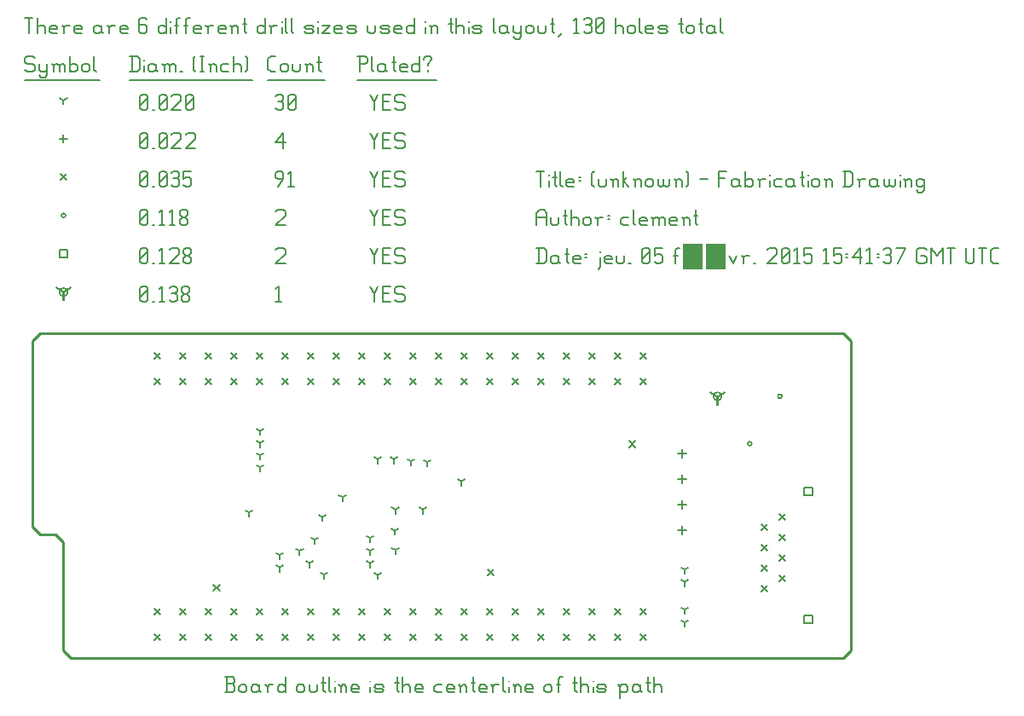
<source format=gbr>
G04 start of page 17 for group -3984 idx -3984 *
G04 Title: (unknown), fab *
G04 Creator: pcb 20140316 *
G04 CreationDate: jeu. 05 févr. 2015 15:41:37 GMT UTC *
G04 For: clement *
G04 Format: Gerber/RS-274X *
G04 PCB-Dimensions (mil): 3287.40 1358.27 *
G04 PCB-Coordinate-Origin: lower left *
%MOIN*%
%FSLAX25Y25*%
%LNFAB*%
%ADD227C,0.0100*%
%ADD226C,0.0075*%
%ADD225C,0.0060*%
%ADD224C,0.0001*%
%ADD223R,0.0080X0.0080*%
G54D223*X270669Y106299D02*Y103099D01*
G54D224*G36*
X270123Y106446D02*X273589Y108446D01*
X273989Y107753D01*
X270523Y105753D01*
X270123Y106446D01*
G37*
G36*
X270816Y105753D02*X267350Y107753D01*
X267749Y108446D01*
X271216Y106446D01*
X270816Y105753D01*
G37*
G54D223*X269069Y106299D02*G75*G03X272269Y106299I1600J0D01*G01*
G75*G03X269069Y106299I-1600J0D01*G01*
X15000Y147077D02*Y143877D01*
G54D224*G36*
X14454Y147223D02*X17920Y149223D01*
X18320Y148530D01*
X14853Y146530D01*
X14454Y147223D01*
G37*
G36*
X15147Y146530D02*X11680Y148530D01*
X12080Y149223D01*
X15546Y147223D01*
X15147Y146530D01*
G37*
G54D223*X13400Y147077D02*G75*G03X16600Y147077I1600J0D01*G01*
G75*G03X13400Y147077I-1600J0D01*G01*
G54D225*X135000Y149327D02*X136500Y146327D01*
X138000Y149327D01*
X136500Y146327D02*Y143327D01*
X139800Y146627D02*X142050D01*
X139800Y143327D02*X142800D01*
X139800Y149327D02*Y143327D01*
Y149327D02*X142800D01*
X147600D02*X148350Y148577D01*
X145350Y149327D02*X147600D01*
X144600Y148577D02*X145350Y149327D01*
X144600Y148577D02*Y147077D01*
X145350Y146327D01*
X147600D01*
X148350Y145577D01*
Y144077D01*
X147600Y143327D02*X148350Y144077D01*
X145350Y143327D02*X147600D01*
X144600Y144077D02*X145350Y143327D01*
X98000Y148127D02*X99200Y149327D01*
Y143327D01*
X98000D02*X100250D01*
X45000Y144077D02*X45750Y143327D01*
X45000Y148577D02*Y144077D01*
Y148577D02*X45750Y149327D01*
X47250D01*
X48000Y148577D01*
Y144077D01*
X47250Y143327D02*X48000Y144077D01*
X45750Y143327D02*X47250D01*
X45000Y144827D02*X48000Y147827D01*
X49800Y143327D02*X50550D01*
X52350Y148127D02*X53550Y149327D01*
Y143327D01*
X52350D02*X54600D01*
X56400Y148577D02*X57150Y149327D01*
X58650D01*
X59400Y148577D01*
X58650Y143327D02*X59400Y144077D01*
X57150Y143327D02*X58650D01*
X56400Y144077D02*X57150Y143327D01*
Y146627D02*X58650D01*
X59400Y148577D02*Y147377D01*
Y145877D02*Y144077D01*
Y145877D02*X58650Y146627D01*
X59400Y147377D02*X58650Y146627D01*
X61200Y144077D02*X61950Y143327D01*
X61200Y145277D02*Y144077D01*
Y145277D02*X62250Y146327D01*
X63150D01*
X64200Y145277D01*
Y144077D01*
X63450Y143327D02*X64200Y144077D01*
X61950Y143327D02*X63450D01*
X61200Y147377D02*X62250Y146327D01*
X61200Y148577D02*Y147377D01*
Y148577D02*X61950Y149327D01*
X63450D01*
X64200Y148577D01*
Y147377D01*
X63150Y146327D02*X64200Y147377D01*
X304502Y20694D02*X307702D01*
X304502D02*Y17494D01*
X307702D01*
Y20694D02*Y17494D01*
X304502Y70694D02*X307702D01*
X304502D02*Y67494D01*
X307702D01*
Y70694D02*Y67494D01*
X13400Y163677D02*X16600D01*
X13400D02*Y160477D01*
X16600D01*
Y163677D02*Y160477D01*
X135000Y164327D02*X136500Y161327D01*
X138000Y164327D01*
X136500Y161327D02*Y158327D01*
X139800Y161627D02*X142050D01*
X139800Y158327D02*X142800D01*
X139800Y164327D02*Y158327D01*
Y164327D02*X142800D01*
X147600D02*X148350Y163577D01*
X145350Y164327D02*X147600D01*
X144600Y163577D02*X145350Y164327D01*
X144600Y163577D02*Y162077D01*
X145350Y161327D01*
X147600D01*
X148350Y160577D01*
Y159077D01*
X147600Y158327D02*X148350Y159077D01*
X145350Y158327D02*X147600D01*
X144600Y159077D02*X145350Y158327D01*
X98000Y163577D02*X98750Y164327D01*
X101000D01*
X101750Y163577D01*
Y162077D01*
X98000Y158327D02*X101750Y162077D01*
X98000Y158327D02*X101750D01*
X45000Y159077D02*X45750Y158327D01*
X45000Y163577D02*Y159077D01*
Y163577D02*X45750Y164327D01*
X47250D01*
X48000Y163577D01*
Y159077D01*
X47250Y158327D02*X48000Y159077D01*
X45750Y158327D02*X47250D01*
X45000Y159827D02*X48000Y162827D01*
X49800Y158327D02*X50550D01*
X52350Y163127D02*X53550Y164327D01*
Y158327D01*
X52350D02*X54600D01*
X56400Y163577D02*X57150Y164327D01*
X59400D01*
X60150Y163577D01*
Y162077D01*
X56400Y158327D02*X60150Y162077D01*
X56400Y158327D02*X60150D01*
X61950Y159077D02*X62700Y158327D01*
X61950Y160277D02*Y159077D01*
Y160277D02*X63000Y161327D01*
X63900D01*
X64950Y160277D01*
Y159077D01*
X64200Y158327D02*X64950Y159077D01*
X62700Y158327D02*X64200D01*
X61950Y162377D02*X63000Y161327D01*
X61950Y163577D02*Y162377D01*
Y163577D02*X62700Y164327D01*
X64200D01*
X64950Y163577D01*
Y162377D01*
X63900Y161327D02*X64950Y162377D01*
X282468Y87795D02*G75*G03X284068Y87795I800J0D01*G01*
G75*G03X282468Y87795I-800J0D01*G01*
X294279Y106299D02*G75*G03X295879Y106299I800J0D01*G01*
G75*G03X294279Y106299I-800J0D01*G01*
X14200Y177077D02*G75*G03X15800Y177077I800J0D01*G01*
G75*G03X14200Y177077I-800J0D01*G01*
X135000Y179327D02*X136500Y176327D01*
X138000Y179327D01*
X136500Y176327D02*Y173327D01*
X139800Y176627D02*X142050D01*
X139800Y173327D02*X142800D01*
X139800Y179327D02*Y173327D01*
Y179327D02*X142800D01*
X147600D02*X148350Y178577D01*
X145350Y179327D02*X147600D01*
X144600Y178577D02*X145350Y179327D01*
X144600Y178577D02*Y177077D01*
X145350Y176327D01*
X147600D01*
X148350Y175577D01*
Y174077D01*
X147600Y173327D02*X148350Y174077D01*
X145350Y173327D02*X147600D01*
X144600Y174077D02*X145350Y173327D01*
X98000Y178577D02*X98750Y179327D01*
X101000D01*
X101750Y178577D01*
Y177077D01*
X98000Y173327D02*X101750Y177077D01*
X98000Y173327D02*X101750D01*
X45000Y174077D02*X45750Y173327D01*
X45000Y178577D02*Y174077D01*
Y178577D02*X45750Y179327D01*
X47250D01*
X48000Y178577D01*
Y174077D01*
X47250Y173327D02*X48000Y174077D01*
X45750Y173327D02*X47250D01*
X45000Y174827D02*X48000Y177827D01*
X49800Y173327D02*X50550D01*
X52350Y178127D02*X53550Y179327D01*
Y173327D01*
X52350D02*X54600D01*
X56400Y178127D02*X57600Y179327D01*
Y173327D01*
X56400D02*X58650D01*
X60450Y174077D02*X61200Y173327D01*
X60450Y175277D02*Y174077D01*
Y175277D02*X61500Y176327D01*
X62400D01*
X63450Y175277D01*
Y174077D01*
X62700Y173327D02*X63450Y174077D01*
X61200Y173327D02*X62700D01*
X60450Y177377D02*X61500Y176327D01*
X60450Y178577D02*Y177377D01*
Y178577D02*X61200Y179327D01*
X62700D01*
X63450Y178577D01*
Y177377D01*
X62400Y176327D02*X63450Y177377D01*
X73603Y32696D02*X76003Y30296D01*
X73603D02*X76003Y32696D01*
X180887Y38602D02*X183287Y36202D01*
X180887D02*X183287Y38602D01*
X236005Y88798D02*X238405Y86398D01*
X236005D02*X238405Y88798D01*
X294902Y60294D02*X297302Y57894D01*
X294902D02*X297302Y60294D01*
X287894Y56279D02*X290294Y53879D01*
X287894D02*X290294Y56279D01*
X294902Y52263D02*X297302Y49863D01*
X294902D02*X297302Y52263D01*
X287894Y48247D02*X290294Y45847D01*
X287894D02*X290294Y48247D01*
X294902Y44231D02*X297302Y41831D01*
X294902D02*X297302Y44231D01*
X287894Y40216D02*X290294Y37816D01*
X287894D02*X290294Y40216D01*
X294902Y36200D02*X297302Y33800D01*
X294902D02*X297302Y36200D01*
X287894Y32184D02*X290294Y29784D01*
X287894D02*X290294Y32184D01*
X240375Y113405D02*X242775Y111005D01*
X240375D02*X242775Y113405D01*
X230375D02*X232775Y111005D01*
X230375D02*X232775Y113405D01*
X220375D02*X222775Y111005D01*
X220375D02*X222775Y113405D01*
X210375D02*X212775Y111005D01*
X210375D02*X212775Y113405D01*
X200375D02*X202775Y111005D01*
X200375D02*X202775Y113405D01*
X190375D02*X192775Y111005D01*
X190375D02*X192775Y113405D01*
X180375D02*X182775Y111005D01*
X180375D02*X182775Y113405D01*
X170375D02*X172775Y111005D01*
X170375D02*X172775Y113405D01*
X160375D02*X162775Y111005D01*
X160375D02*X162775Y113405D01*
X150375D02*X152775Y111005D01*
X150375D02*X152775Y113405D01*
X140375D02*X142775Y111005D01*
X140375D02*X142775Y113405D01*
X130375D02*X132775Y111005D01*
X130375D02*X132775Y113405D01*
X120375D02*X122775Y111005D01*
X120375D02*X122775Y113405D01*
X110375D02*X112775Y111005D01*
X110375D02*X112775Y113405D01*
X100375D02*X102775Y111005D01*
X100375D02*X102775Y113405D01*
X90375D02*X92775Y111005D01*
X90375D02*X92775Y113405D01*
X80375D02*X82775Y111005D01*
X80375D02*X82775Y113405D01*
X70375D02*X72775Y111005D01*
X70375D02*X72775Y113405D01*
X60375D02*X62775Y111005D01*
X60375D02*X62775Y113405D01*
X50375D02*X52775Y111005D01*
X50375D02*X52775Y113405D01*
X50375Y23405D02*X52775Y21005D01*
X50375D02*X52775Y23405D01*
X60375D02*X62775Y21005D01*
X60375D02*X62775Y23405D01*
X70375D02*X72775Y21005D01*
X70375D02*X72775Y23405D01*
X80375D02*X82775Y21005D01*
X80375D02*X82775Y23405D01*
X90375D02*X92775Y21005D01*
X90375D02*X92775Y23405D01*
X100375D02*X102775Y21005D01*
X100375D02*X102775Y23405D01*
X110375D02*X112775Y21005D01*
X110375D02*X112775Y23405D01*
X120375D02*X122775Y21005D01*
X120375D02*X122775Y23405D01*
X130375D02*X132775Y21005D01*
X130375D02*X132775Y23405D01*
X140375D02*X142775Y21005D01*
X140375D02*X142775Y23405D01*
X150375D02*X152775Y21005D01*
X150375D02*X152775Y23405D01*
X160375D02*X162775Y21005D01*
X160375D02*X162775Y23405D01*
X170375D02*X172775Y21005D01*
X170375D02*X172775Y23405D01*
X180375D02*X182775Y21005D01*
X180375D02*X182775Y23405D01*
X190375D02*X192775Y21005D01*
X190375D02*X192775Y23405D01*
X200375D02*X202775Y21005D01*
X200375D02*X202775Y23405D01*
X210375D02*X212775Y21005D01*
X210375D02*X212775Y23405D01*
X220375D02*X222775Y21005D01*
X220375D02*X222775Y23405D01*
X230375D02*X232775Y21005D01*
X230375D02*X232775Y23405D01*
X240375D02*X242775Y21005D01*
X240375D02*X242775Y23405D01*
X240375Y123405D02*X242775Y121005D01*
X240375D02*X242775Y123405D01*
X230375D02*X232775Y121005D01*
X230375D02*X232775Y123405D01*
X220375D02*X222775Y121005D01*
X220375D02*X222775Y123405D01*
X210375D02*X212775Y121005D01*
X210375D02*X212775Y123405D01*
X200375D02*X202775Y121005D01*
X200375D02*X202775Y123405D01*
X190375D02*X192775Y121005D01*
X190375D02*X192775Y123405D01*
X180375D02*X182775Y121005D01*
X180375D02*X182775Y123405D01*
X170375D02*X172775Y121005D01*
X170375D02*X172775Y123405D01*
X160375D02*X162775Y121005D01*
X160375D02*X162775Y123405D01*
X150375D02*X152775Y121005D01*
X150375D02*X152775Y123405D01*
X140375D02*X142775Y121005D01*
X140375D02*X142775Y123405D01*
X130375D02*X132775Y121005D01*
X130375D02*X132775Y123405D01*
X120375D02*X122775Y121005D01*
X120375D02*X122775Y123405D01*
X110375D02*X112775Y121005D01*
X110375D02*X112775Y123405D01*
X100375D02*X102775Y121005D01*
X100375D02*X102775Y123405D01*
X90375D02*X92775Y121005D01*
X90375D02*X92775Y123405D01*
X80375D02*X82775Y121005D01*
X80375D02*X82775Y123405D01*
X70375D02*X72775Y121005D01*
X70375D02*X72775Y123405D01*
X60375D02*X62775Y121005D01*
X60375D02*X62775Y123405D01*
X50375D02*X52775Y121005D01*
X50375D02*X52775Y123405D01*
X50375Y13405D02*X52775Y11005D01*
X50375D02*X52775Y13405D01*
X60375D02*X62775Y11005D01*
X60375D02*X62775Y13405D01*
X70375D02*X72775Y11005D01*
X70375D02*X72775Y13405D01*
X80375D02*X82775Y11005D01*
X80375D02*X82775Y13405D01*
X90375D02*X92775Y11005D01*
X90375D02*X92775Y13405D01*
X100375D02*X102775Y11005D01*
X100375D02*X102775Y13405D01*
X110375D02*X112775Y11005D01*
X110375D02*X112775Y13405D01*
X120375D02*X122775Y11005D01*
X120375D02*X122775Y13405D01*
X130375D02*X132775Y11005D01*
X130375D02*X132775Y13405D01*
X140375D02*X142775Y11005D01*
X140375D02*X142775Y13405D01*
X150375D02*X152775Y11005D01*
X150375D02*X152775Y13405D01*
X160375D02*X162775Y11005D01*
X160375D02*X162775Y13405D01*
X170375D02*X172775Y11005D01*
X170375D02*X172775Y13405D01*
X180375D02*X182775Y11005D01*
X180375D02*X182775Y13405D01*
X190375D02*X192775Y11005D01*
X190375D02*X192775Y13405D01*
X200375D02*X202775Y11005D01*
X200375D02*X202775Y13405D01*
X210375D02*X212775Y11005D01*
X210375D02*X212775Y13405D01*
X220375D02*X222775Y11005D01*
X220375D02*X222775Y13405D01*
X230375D02*X232775Y11005D01*
X230375D02*X232775Y13405D01*
X240375D02*X242775Y11005D01*
X240375D02*X242775Y13405D01*
X13800Y193277D02*X16200Y190877D01*
X13800D02*X16200Y193277D01*
X135000Y194327D02*X136500Y191327D01*
X138000Y194327D01*
X136500Y191327D02*Y188327D01*
X139800Y191627D02*X142050D01*
X139800Y188327D02*X142800D01*
X139800Y194327D02*Y188327D01*
Y194327D02*X142800D01*
X147600D02*X148350Y193577D01*
X145350Y194327D02*X147600D01*
X144600Y193577D02*X145350Y194327D01*
X144600Y193577D02*Y192077D01*
X145350Y191327D01*
X147600D01*
X148350Y190577D01*
Y189077D01*
X147600Y188327D02*X148350Y189077D01*
X145350Y188327D02*X147600D01*
X144600Y189077D02*X145350Y188327D01*
X98750D02*X101000Y191327D01*
Y193577D02*Y191327D01*
X100250Y194327D02*X101000Y193577D01*
X98750Y194327D02*X100250D01*
X98000Y193577D02*X98750Y194327D01*
X98000Y193577D02*Y192077D01*
X98750Y191327D01*
X101000D01*
X102800Y193127D02*X104000Y194327D01*
Y188327D01*
X102800D02*X105050D01*
X45000Y189077D02*X45750Y188327D01*
X45000Y193577D02*Y189077D01*
Y193577D02*X45750Y194327D01*
X47250D01*
X48000Y193577D01*
Y189077D01*
X47250Y188327D02*X48000Y189077D01*
X45750Y188327D02*X47250D01*
X45000Y189827D02*X48000Y192827D01*
X49800Y188327D02*X50550D01*
X52350Y189077D02*X53100Y188327D01*
X52350Y193577D02*Y189077D01*
Y193577D02*X53100Y194327D01*
X54600D01*
X55350Y193577D01*
Y189077D01*
X54600Y188327D02*X55350Y189077D01*
X53100Y188327D02*X54600D01*
X52350Y189827D02*X55350Y192827D01*
X57150Y193577D02*X57900Y194327D01*
X59400D01*
X60150Y193577D01*
X59400Y188327D02*X60150Y189077D01*
X57900Y188327D02*X59400D01*
X57150Y189077D02*X57900Y188327D01*
Y191627D02*X59400D01*
X60150Y193577D02*Y192377D01*
Y190877D02*Y189077D01*
Y190877D02*X59400Y191627D01*
X60150Y192377D02*X59400Y191627D01*
X61950Y194327D02*X64950D01*
X61950D02*Y191327D01*
X62700Y192077D01*
X64200D01*
X64950Y191327D01*
Y189077D01*
X64200Y188327D02*X64950Y189077D01*
X62700Y188327D02*X64200D01*
X61950Y189077D02*X62700Y188327D01*
X256890Y55498D02*Y52298D01*
X255290Y53898D02*X258490D01*
X256890Y65498D02*Y62298D01*
X255290Y63898D02*X258490D01*
X256890Y75498D02*Y72298D01*
X255290Y73898D02*X258490D01*
X256890Y85498D02*Y82298D01*
X255290Y83898D02*X258490D01*
X15000Y208677D02*Y205477D01*
X13400Y207077D02*X16600D01*
X135000Y209327D02*X136500Y206327D01*
X138000Y209327D01*
X136500Y206327D02*Y203327D01*
X139800Y206627D02*X142050D01*
X139800Y203327D02*X142800D01*
X139800Y209327D02*Y203327D01*
Y209327D02*X142800D01*
X147600D02*X148350Y208577D01*
X145350Y209327D02*X147600D01*
X144600Y208577D02*X145350Y209327D01*
X144600Y208577D02*Y207077D01*
X145350Y206327D01*
X147600D01*
X148350Y205577D01*
Y204077D01*
X147600Y203327D02*X148350Y204077D01*
X145350Y203327D02*X147600D01*
X144600Y204077D02*X145350Y203327D01*
X98000Y205577D02*X101000Y209327D01*
X98000Y205577D02*X101750D01*
X101000Y209327D02*Y203327D01*
X45000Y204077D02*X45750Y203327D01*
X45000Y208577D02*Y204077D01*
Y208577D02*X45750Y209327D01*
X47250D01*
X48000Y208577D01*
Y204077D01*
X47250Y203327D02*X48000Y204077D01*
X45750Y203327D02*X47250D01*
X45000Y204827D02*X48000Y207827D01*
X49800Y203327D02*X50550D01*
X52350Y204077D02*X53100Y203327D01*
X52350Y208577D02*Y204077D01*
Y208577D02*X53100Y209327D01*
X54600D01*
X55350Y208577D01*
Y204077D01*
X54600Y203327D02*X55350Y204077D01*
X53100Y203327D02*X54600D01*
X52350Y204827D02*X55350Y207827D01*
X57150Y208577D02*X57900Y209327D01*
X60150D01*
X60900Y208577D01*
Y207077D01*
X57150Y203327D02*X60900Y207077D01*
X57150Y203327D02*X60900D01*
X62700Y208577D02*X63450Y209327D01*
X65700D01*
X66450Y208577D01*
Y207077D01*
X62700Y203327D02*X66450Y207077D01*
X62700Y203327D02*X66450D01*
X144488Y53740D02*Y52140D01*
Y53740D02*X145875Y54540D01*
X144488Y53740D02*X143102Y54540D01*
X137795Y36417D02*Y34817D01*
Y36417D02*X139182Y37217D01*
X137795Y36417D02*X136409Y37217D01*
X87402Y60827D02*Y59227D01*
Y60827D02*X88788Y61627D01*
X87402Y60827D02*X86015Y61627D01*
X91732Y78543D02*Y76943D01*
Y78543D02*X93119Y79343D01*
X91732Y78543D02*X90346Y79343D01*
X91732Y83268D02*Y81668D01*
Y83268D02*X93119Y84068D01*
X91732Y83268D02*X90346Y84068D01*
X137795Y81693D02*Y80093D01*
Y81693D02*X139182Y82493D01*
X137795Y81693D02*X136409Y82493D01*
X157087Y80512D02*Y78912D01*
Y80512D02*X158473Y81312D01*
X157087Y80512D02*X155700Y81312D01*
X144094Y81693D02*Y80093D01*
Y81693D02*X145481Y82493D01*
X144094Y81693D02*X142708Y82493D01*
X91732Y92717D02*Y91117D01*
Y92717D02*X93119Y93517D01*
X91732Y92717D02*X90346Y93517D01*
X91732Y87992D02*Y86392D01*
Y87992D02*X93119Y88792D01*
X91732Y87992D02*X90346Y88792D01*
X150787Y80906D02*Y79306D01*
Y80906D02*X152174Y81706D01*
X150787Y80906D02*X149401Y81706D01*
X257874Y38583D02*Y36983D01*
Y38583D02*X259261Y39383D01*
X257874Y38583D02*X256487Y39383D01*
X257874Y33661D02*Y32061D01*
Y33661D02*X259261Y34461D01*
X257874Y33661D02*X256487Y34461D01*
X257874Y22835D02*Y21235D01*
Y22835D02*X259261Y23635D01*
X257874Y22835D02*X256487Y23635D01*
X257874Y17913D02*Y16313D01*
Y17913D02*X259261Y18713D01*
X257874Y17913D02*X256487Y18713D01*
X124016Y66929D02*Y65329D01*
Y66929D02*X125402Y67729D01*
X124016Y66929D02*X122629Y67729D01*
X99409Y44291D02*Y42691D01*
Y44291D02*X100796Y45091D01*
X99409Y44291D02*X98023Y45091D01*
X99409Y39370D02*Y37770D01*
Y39370D02*X100796Y40170D01*
X99409Y39370D02*X98023Y40170D01*
X144685Y62008D02*Y60408D01*
Y62008D02*X146072Y62808D01*
X144685Y62008D02*X143298Y62808D01*
X170472Y73031D02*Y71431D01*
Y73031D02*X171859Y73831D01*
X170472Y73031D02*X169086Y73831D01*
X155512Y62008D02*Y60408D01*
Y62008D02*X156898Y62808D01*
X155512Y62008D02*X154125Y62808D01*
X144685Y46260D02*Y44660D01*
Y46260D02*X146072Y47060D01*
X144685Y46260D02*X143298Y47060D01*
X134843Y50886D02*Y49286D01*
Y50886D02*X136229Y51686D01*
X134843Y50886D02*X133456Y51686D01*
X134843Y45965D02*Y44365D01*
Y45965D02*X136229Y46765D01*
X134843Y45965D02*X133456Y46765D01*
X134843Y41043D02*Y39443D01*
Y41043D02*X136229Y41843D01*
X134843Y41043D02*X133456Y41843D01*
X111220Y41043D02*Y39443D01*
Y41043D02*X112607Y41843D01*
X111220Y41043D02*X109834Y41843D01*
X107283Y45965D02*Y44365D01*
Y45965D02*X108670Y46765D01*
X107283Y45965D02*X105897Y46765D01*
X116142Y59055D02*Y57455D01*
Y59055D02*X117528Y59855D01*
X116142Y59055D02*X114755Y59855D01*
X113189Y50197D02*Y48597D01*
Y50197D02*X114576Y50997D01*
X113189Y50197D02*X111802Y50997D01*
X116929Y36614D02*Y35014D01*
Y36614D02*X118316Y37414D01*
X116929Y36614D02*X115542Y37414D01*
X15000Y222077D02*Y220477D01*
Y222077D02*X16387Y222877D01*
X15000Y222077D02*X13613Y222877D01*
X135000Y224327D02*X136500Y221327D01*
X138000Y224327D01*
X136500Y221327D02*Y218327D01*
X139800Y221627D02*X142050D01*
X139800Y218327D02*X142800D01*
X139800Y224327D02*Y218327D01*
Y224327D02*X142800D01*
X147600D02*X148350Y223577D01*
X145350Y224327D02*X147600D01*
X144600Y223577D02*X145350Y224327D01*
X144600Y223577D02*Y222077D01*
X145350Y221327D01*
X147600D01*
X148350Y220577D01*
Y219077D01*
X147600Y218327D02*X148350Y219077D01*
X145350Y218327D02*X147600D01*
X144600Y219077D02*X145350Y218327D01*
X98000Y223577D02*X98750Y224327D01*
X100250D01*
X101000Y223577D01*
X100250Y218327D02*X101000Y219077D01*
X98750Y218327D02*X100250D01*
X98000Y219077D02*X98750Y218327D01*
Y221627D02*X100250D01*
X101000Y223577D02*Y222377D01*
Y220877D02*Y219077D01*
Y220877D02*X100250Y221627D01*
X101000Y222377D02*X100250Y221627D01*
X102800Y219077D02*X103550Y218327D01*
X102800Y223577D02*Y219077D01*
Y223577D02*X103550Y224327D01*
X105050D01*
X105800Y223577D01*
Y219077D01*
X105050Y218327D02*X105800Y219077D01*
X103550Y218327D02*X105050D01*
X102800Y219827D02*X105800Y222827D01*
X45000Y219077D02*X45750Y218327D01*
X45000Y223577D02*Y219077D01*
Y223577D02*X45750Y224327D01*
X47250D01*
X48000Y223577D01*
Y219077D01*
X47250Y218327D02*X48000Y219077D01*
X45750Y218327D02*X47250D01*
X45000Y219827D02*X48000Y222827D01*
X49800Y218327D02*X50550D01*
X52350Y219077D02*X53100Y218327D01*
X52350Y223577D02*Y219077D01*
Y223577D02*X53100Y224327D01*
X54600D01*
X55350Y223577D01*
Y219077D01*
X54600Y218327D02*X55350Y219077D01*
X53100Y218327D02*X54600D01*
X52350Y219827D02*X55350Y222827D01*
X57150Y223577D02*X57900Y224327D01*
X60150D01*
X60900Y223577D01*
Y222077D01*
X57150Y218327D02*X60900Y222077D01*
X57150Y218327D02*X60900D01*
X62700Y219077D02*X63450Y218327D01*
X62700Y223577D02*Y219077D01*
Y223577D02*X63450Y224327D01*
X64950D01*
X65700Y223577D01*
Y219077D01*
X64950Y218327D02*X65700Y219077D01*
X63450Y218327D02*X64950D01*
X62700Y219827D02*X65700Y222827D01*
X3000Y239327D02*X3750Y238577D01*
X750Y239327D02*X3000D01*
X0Y238577D02*X750Y239327D01*
X0Y238577D02*Y237077D01*
X750Y236327D01*
X3000D01*
X3750Y235577D01*
Y234077D01*
X3000Y233327D02*X3750Y234077D01*
X750Y233327D02*X3000D01*
X0Y234077D02*X750Y233327D01*
X5550Y236327D02*Y234077D01*
X6300Y233327D01*
X8550Y236327D02*Y231827D01*
X7800Y231077D02*X8550Y231827D01*
X6300Y231077D02*X7800D01*
X5550Y231827D02*X6300Y231077D01*
Y233327D02*X7800D01*
X8550Y234077D01*
X11100Y235577D02*Y233327D01*
Y235577D02*X11850Y236327D01*
X12600D01*
X13350Y235577D01*
Y233327D01*
Y235577D02*X14100Y236327D01*
X14850D01*
X15600Y235577D01*
Y233327D01*
X10350Y236327D02*X11100Y235577D01*
X17400Y239327D02*Y233327D01*
Y234077D02*X18150Y233327D01*
X19650D01*
X20400Y234077D01*
Y235577D02*Y234077D01*
X19650Y236327D02*X20400Y235577D01*
X18150Y236327D02*X19650D01*
X17400Y235577D02*X18150Y236327D01*
X22200Y235577D02*Y234077D01*
Y235577D02*X22950Y236327D01*
X24450D01*
X25200Y235577D01*
Y234077D01*
X24450Y233327D02*X25200Y234077D01*
X22950Y233327D02*X24450D01*
X22200Y234077D02*X22950Y233327D01*
X27000Y239327D02*Y234077D01*
X27750Y233327D01*
X0Y230077D02*X29250D01*
X41750Y239327D02*Y233327D01*
X43700Y239327D02*X44750Y238277D01*
Y234377D01*
X43700Y233327D02*X44750Y234377D01*
X41000Y233327D02*X43700D01*
X41000Y239327D02*X43700D01*
G54D226*X46550Y237827D02*Y237677D01*
G54D225*Y235577D02*Y233327D01*
X50300Y236327D02*X51050Y235577D01*
X48800Y236327D02*X50300D01*
X48050Y235577D02*X48800Y236327D01*
X48050Y235577D02*Y234077D01*
X48800Y233327D01*
X51050Y236327D02*Y234077D01*
X51800Y233327D01*
X48800D02*X50300D01*
X51050Y234077D01*
X54350Y235577D02*Y233327D01*
Y235577D02*X55100Y236327D01*
X55850D01*
X56600Y235577D01*
Y233327D01*
Y235577D02*X57350Y236327D01*
X58100D01*
X58850Y235577D01*
Y233327D01*
X53600Y236327D02*X54350Y235577D01*
X60650Y233327D02*X61400D01*
X65900Y234077D02*X66650Y233327D01*
X65900Y238577D02*X66650Y239327D01*
X65900Y238577D02*Y234077D01*
X68450Y239327D02*X69950D01*
X69200D02*Y233327D01*
X68450D02*X69950D01*
X72500Y235577D02*Y233327D01*
Y235577D02*X73250Y236327D01*
X74000D01*
X74750Y235577D01*
Y233327D01*
X71750Y236327D02*X72500Y235577D01*
X77300Y236327D02*X79550D01*
X76550Y235577D02*X77300Y236327D01*
X76550Y235577D02*Y234077D01*
X77300Y233327D01*
X79550D01*
X81350Y239327D02*Y233327D01*
Y235577D02*X82100Y236327D01*
X83600D01*
X84350Y235577D01*
Y233327D01*
X86150Y239327D02*X86900Y238577D01*
Y234077D01*
X86150Y233327D02*X86900Y234077D01*
X41000Y230077D02*X88700D01*
X96050Y233327D02*X98000D01*
X95000Y234377D02*X96050Y233327D01*
X95000Y238277D02*Y234377D01*
Y238277D02*X96050Y239327D01*
X98000D01*
X99800Y235577D02*Y234077D01*
Y235577D02*X100550Y236327D01*
X102050D01*
X102800Y235577D01*
Y234077D01*
X102050Y233327D02*X102800Y234077D01*
X100550Y233327D02*X102050D01*
X99800Y234077D02*X100550Y233327D01*
X104600Y236327D02*Y234077D01*
X105350Y233327D01*
X106850D01*
X107600Y234077D01*
Y236327D02*Y234077D01*
X110150Y235577D02*Y233327D01*
Y235577D02*X110900Y236327D01*
X111650D01*
X112400Y235577D01*
Y233327D01*
X109400Y236327D02*X110150Y235577D01*
X114950Y239327D02*Y234077D01*
X115700Y233327D01*
X114200Y237077D02*X115700D01*
X95000Y230077D02*X117200D01*
X130750Y239327D02*Y233327D01*
X130000Y239327D02*X133000D01*
X133750Y238577D01*
Y237077D01*
X133000Y236327D02*X133750Y237077D01*
X130750Y236327D02*X133000D01*
X135550Y239327D02*Y234077D01*
X136300Y233327D01*
X140050Y236327D02*X140800Y235577D01*
X138550Y236327D02*X140050D01*
X137800Y235577D02*X138550Y236327D01*
X137800Y235577D02*Y234077D01*
X138550Y233327D01*
X140800Y236327D02*Y234077D01*
X141550Y233327D01*
X138550D02*X140050D01*
X140800Y234077D01*
X144100Y239327D02*Y234077D01*
X144850Y233327D01*
X143350Y237077D02*X144850D01*
X147100Y233327D02*X149350D01*
X146350Y234077D02*X147100Y233327D01*
X146350Y235577D02*Y234077D01*
Y235577D02*X147100Y236327D01*
X148600D01*
X149350Y235577D01*
X146350Y234827D02*X149350D01*
Y235577D02*Y234827D01*
X154150Y239327D02*Y233327D01*
X153400D02*X154150Y234077D01*
X151900Y233327D02*X153400D01*
X151150Y234077D02*X151900Y233327D01*
X151150Y235577D02*Y234077D01*
Y235577D02*X151900Y236327D01*
X153400D01*
X154150Y235577D01*
X157450Y236327D02*Y235577D01*
Y234077D02*Y233327D01*
X155950Y238577D02*Y237827D01*
Y238577D02*X156700Y239327D01*
X158200D01*
X158950Y238577D01*
Y237827D01*
X157450Y236327D02*X158950Y237827D01*
X130000Y230077D02*X160750D01*
X0Y254327D02*X3000D01*
X1500D02*Y248327D01*
X4800Y254327D02*Y248327D01*
Y250577D02*X5550Y251327D01*
X7050D01*
X7800Y250577D01*
Y248327D01*
X10350D02*X12600D01*
X9600Y249077D02*X10350Y248327D01*
X9600Y250577D02*Y249077D01*
Y250577D02*X10350Y251327D01*
X11850D01*
X12600Y250577D01*
X9600Y249827D02*X12600D01*
Y250577D02*Y249827D01*
X15150Y250577D02*Y248327D01*
Y250577D02*X15900Y251327D01*
X17400D01*
X14400D02*X15150Y250577D01*
X19950Y248327D02*X22200D01*
X19200Y249077D02*X19950Y248327D01*
X19200Y250577D02*Y249077D01*
Y250577D02*X19950Y251327D01*
X21450D01*
X22200Y250577D01*
X19200Y249827D02*X22200D01*
Y250577D02*Y249827D01*
X28950Y251327D02*X29700Y250577D01*
X27450Y251327D02*X28950D01*
X26700Y250577D02*X27450Y251327D01*
X26700Y250577D02*Y249077D01*
X27450Y248327D01*
X29700Y251327D02*Y249077D01*
X30450Y248327D01*
X27450D02*X28950D01*
X29700Y249077D01*
X33000Y250577D02*Y248327D01*
Y250577D02*X33750Y251327D01*
X35250D01*
X32250D02*X33000Y250577D01*
X37800Y248327D02*X40050D01*
X37050Y249077D02*X37800Y248327D01*
X37050Y250577D02*Y249077D01*
Y250577D02*X37800Y251327D01*
X39300D01*
X40050Y250577D01*
X37050Y249827D02*X40050D01*
Y250577D02*Y249827D01*
X46800Y254327D02*X47550Y253577D01*
X45300Y254327D02*X46800D01*
X44550Y253577D02*X45300Y254327D01*
X44550Y253577D02*Y249077D01*
X45300Y248327D01*
X46800Y251627D02*X47550Y250877D01*
X44550Y251627D02*X46800D01*
X45300Y248327D02*X46800D01*
X47550Y249077D01*
Y250877D02*Y249077D01*
X55050Y254327D02*Y248327D01*
X54300D02*X55050Y249077D01*
X52800Y248327D02*X54300D01*
X52050Y249077D02*X52800Y248327D01*
X52050Y250577D02*Y249077D01*
Y250577D02*X52800Y251327D01*
X54300D01*
X55050Y250577D01*
G54D226*X56850Y252827D02*Y252677D01*
G54D225*Y250577D02*Y248327D01*
X59100Y253577D02*Y248327D01*
Y253577D02*X59850Y254327D01*
X60600D01*
X58350Y251327D02*X59850D01*
X62850Y253577D02*Y248327D01*
Y253577D02*X63600Y254327D01*
X64350D01*
X62100Y251327D02*X63600D01*
X66600Y248327D02*X68850D01*
X65850Y249077D02*X66600Y248327D01*
X65850Y250577D02*Y249077D01*
Y250577D02*X66600Y251327D01*
X68100D01*
X68850Y250577D01*
X65850Y249827D02*X68850D01*
Y250577D02*Y249827D01*
X71400Y250577D02*Y248327D01*
Y250577D02*X72150Y251327D01*
X73650D01*
X70650D02*X71400Y250577D01*
X76200Y248327D02*X78450D01*
X75450Y249077D02*X76200Y248327D01*
X75450Y250577D02*Y249077D01*
Y250577D02*X76200Y251327D01*
X77700D01*
X78450Y250577D01*
X75450Y249827D02*X78450D01*
Y250577D02*Y249827D01*
X81000Y250577D02*Y248327D01*
Y250577D02*X81750Y251327D01*
X82500D01*
X83250Y250577D01*
Y248327D01*
X80250Y251327D02*X81000Y250577D01*
X85800Y254327D02*Y249077D01*
X86550Y248327D01*
X85050Y252077D02*X86550D01*
X93750Y254327D02*Y248327D01*
X93000D02*X93750Y249077D01*
X91500Y248327D02*X93000D01*
X90750Y249077D02*X91500Y248327D01*
X90750Y250577D02*Y249077D01*
Y250577D02*X91500Y251327D01*
X93000D01*
X93750Y250577D01*
X96300D02*Y248327D01*
Y250577D02*X97050Y251327D01*
X98550D01*
X95550D02*X96300Y250577D01*
G54D226*X100350Y252827D02*Y252677D01*
G54D225*Y250577D02*Y248327D01*
X101850Y254327D02*Y249077D01*
X102600Y248327D01*
X104100Y254327D02*Y249077D01*
X104850Y248327D01*
X109800D02*X112050D01*
X112800Y249077D01*
X112050Y249827D02*X112800Y249077D01*
X109800Y249827D02*X112050D01*
X109050Y250577D02*X109800Y249827D01*
X109050Y250577D02*X109800Y251327D01*
X112050D01*
X112800Y250577D01*
X109050Y249077D02*X109800Y248327D01*
G54D226*X114600Y252827D02*Y252677D01*
G54D225*Y250577D02*Y248327D01*
X116100Y251327D02*X119100D01*
X116100Y248327D02*X119100Y251327D01*
X116100Y248327D02*X119100D01*
X121650D02*X123900D01*
X120900Y249077D02*X121650Y248327D01*
X120900Y250577D02*Y249077D01*
Y250577D02*X121650Y251327D01*
X123150D01*
X123900Y250577D01*
X120900Y249827D02*X123900D01*
Y250577D02*Y249827D01*
X126450Y248327D02*X128700D01*
X129450Y249077D01*
X128700Y249827D02*X129450Y249077D01*
X126450Y249827D02*X128700D01*
X125700Y250577D02*X126450Y249827D01*
X125700Y250577D02*X126450Y251327D01*
X128700D01*
X129450Y250577D01*
X125700Y249077D02*X126450Y248327D01*
X133950Y251327D02*Y249077D01*
X134700Y248327D01*
X136200D01*
X136950Y249077D01*
Y251327D02*Y249077D01*
X139500Y248327D02*X141750D01*
X142500Y249077D01*
X141750Y249827D02*X142500Y249077D01*
X139500Y249827D02*X141750D01*
X138750Y250577D02*X139500Y249827D01*
X138750Y250577D02*X139500Y251327D01*
X141750D01*
X142500Y250577D01*
X138750Y249077D02*X139500Y248327D01*
X145050D02*X147300D01*
X144300Y249077D02*X145050Y248327D01*
X144300Y250577D02*Y249077D01*
Y250577D02*X145050Y251327D01*
X146550D01*
X147300Y250577D01*
X144300Y249827D02*X147300D01*
Y250577D02*Y249827D01*
X152100Y254327D02*Y248327D01*
X151350D02*X152100Y249077D01*
X149850Y248327D02*X151350D01*
X149100Y249077D02*X149850Y248327D01*
X149100Y250577D02*Y249077D01*
Y250577D02*X149850Y251327D01*
X151350D01*
X152100Y250577D01*
G54D226*X156600Y252827D02*Y252677D01*
G54D225*Y250577D02*Y248327D01*
X158850Y250577D02*Y248327D01*
Y250577D02*X159600Y251327D01*
X160350D01*
X161100Y250577D01*
Y248327D01*
X158100Y251327D02*X158850Y250577D01*
X166350Y254327D02*Y249077D01*
X167100Y248327D01*
X165600Y252077D02*X167100D01*
X168600Y254327D02*Y248327D01*
Y250577D02*X169350Y251327D01*
X170850D01*
X171600Y250577D01*
Y248327D01*
G54D226*X173400Y252827D02*Y252677D01*
G54D225*Y250577D02*Y248327D01*
X175650D02*X177900D01*
X178650Y249077D01*
X177900Y249827D02*X178650Y249077D01*
X175650Y249827D02*X177900D01*
X174900Y250577D02*X175650Y249827D01*
X174900Y250577D02*X175650Y251327D01*
X177900D01*
X178650Y250577D01*
X174900Y249077D02*X175650Y248327D01*
X183150Y254327D02*Y249077D01*
X183900Y248327D01*
X187650Y251327D02*X188400Y250577D01*
X186150Y251327D02*X187650D01*
X185400Y250577D02*X186150Y251327D01*
X185400Y250577D02*Y249077D01*
X186150Y248327D01*
X188400Y251327D02*Y249077D01*
X189150Y248327D01*
X186150D02*X187650D01*
X188400Y249077D01*
X190950Y251327D02*Y249077D01*
X191700Y248327D01*
X193950Y251327D02*Y246827D01*
X193200Y246077D02*X193950Y246827D01*
X191700Y246077D02*X193200D01*
X190950Y246827D02*X191700Y246077D01*
Y248327D02*X193200D01*
X193950Y249077D01*
X195750Y250577D02*Y249077D01*
Y250577D02*X196500Y251327D01*
X198000D01*
X198750Y250577D01*
Y249077D01*
X198000Y248327D02*X198750Y249077D01*
X196500Y248327D02*X198000D01*
X195750Y249077D02*X196500Y248327D01*
X200550Y251327D02*Y249077D01*
X201300Y248327D01*
X202800D01*
X203550Y249077D01*
Y251327D02*Y249077D01*
X206100Y254327D02*Y249077D01*
X206850Y248327D01*
X205350Y252077D02*X206850D01*
X208350Y246827D02*X209850Y248327D01*
X214350Y253127D02*X215550Y254327D01*
Y248327D01*
X214350D02*X216600D01*
X218400Y253577D02*X219150Y254327D01*
X220650D01*
X221400Y253577D01*
X220650Y248327D02*X221400Y249077D01*
X219150Y248327D02*X220650D01*
X218400Y249077D02*X219150Y248327D01*
Y251627D02*X220650D01*
X221400Y253577D02*Y252377D01*
Y250877D02*Y249077D01*
Y250877D02*X220650Y251627D01*
X221400Y252377D02*X220650Y251627D01*
X223200Y249077D02*X223950Y248327D01*
X223200Y253577D02*Y249077D01*
Y253577D02*X223950Y254327D01*
X225450D01*
X226200Y253577D01*
Y249077D01*
X225450Y248327D02*X226200Y249077D01*
X223950Y248327D02*X225450D01*
X223200Y249827D02*X226200Y252827D01*
X230700Y254327D02*Y248327D01*
Y250577D02*X231450Y251327D01*
X232950D01*
X233700Y250577D01*
Y248327D01*
X235500Y250577D02*Y249077D01*
Y250577D02*X236250Y251327D01*
X237750D01*
X238500Y250577D01*
Y249077D01*
X237750Y248327D02*X238500Y249077D01*
X236250Y248327D02*X237750D01*
X235500Y249077D02*X236250Y248327D01*
X240300Y254327D02*Y249077D01*
X241050Y248327D01*
X243300D02*X245550D01*
X242550Y249077D02*X243300Y248327D01*
X242550Y250577D02*Y249077D01*
Y250577D02*X243300Y251327D01*
X244800D01*
X245550Y250577D01*
X242550Y249827D02*X245550D01*
Y250577D02*Y249827D01*
X248100Y248327D02*X250350D01*
X251100Y249077D01*
X250350Y249827D02*X251100Y249077D01*
X248100Y249827D02*X250350D01*
X247350Y250577D02*X248100Y249827D01*
X247350Y250577D02*X248100Y251327D01*
X250350D01*
X251100Y250577D01*
X247350Y249077D02*X248100Y248327D01*
X256350Y254327D02*Y249077D01*
X257100Y248327D01*
X255600Y252077D02*X257100D01*
X258600Y250577D02*Y249077D01*
Y250577D02*X259350Y251327D01*
X260850D01*
X261600Y250577D01*
Y249077D01*
X260850Y248327D02*X261600Y249077D01*
X259350Y248327D02*X260850D01*
X258600Y249077D02*X259350Y248327D01*
X264150Y254327D02*Y249077D01*
X264900Y248327D01*
X263400Y252077D02*X264900D01*
X268650Y251327D02*X269400Y250577D01*
X267150Y251327D02*X268650D01*
X266400Y250577D02*X267150Y251327D01*
X266400Y250577D02*Y249077D01*
X267150Y248327D01*
X269400Y251327D02*Y249077D01*
X270150Y248327D01*
X267150D02*X268650D01*
X269400Y249077D01*
X271950Y254327D02*Y249077D01*
X272700Y248327D01*
G54D227*X2953Y55118D02*Y127953D01*
X319882Y3937D02*X17717D01*
X14764Y6890D01*
Y49213D01*
X5906Y52165D02*X2953Y55118D01*
X11811Y52165D02*X5906D01*
X14764Y49213D02*X11811Y52165D01*
X322835Y6890D02*X319882Y3937D01*
X322835Y127953D02*Y6890D01*
X319882Y130906D02*X322835Y127953D01*
X5906Y130906D02*X319882D01*
X2953Y127953D02*X5906Y130906D01*
G54D225*X78045Y-9500D02*X81045D01*
X81795Y-8750D01*
Y-6950D02*Y-8750D01*
X81045Y-6200D02*X81795Y-6950D01*
X78795Y-6200D02*X81045D01*
X78795Y-3500D02*Y-9500D01*
X78045Y-3500D02*X81045D01*
X81795Y-4250D01*
Y-5450D01*
X81045Y-6200D02*X81795Y-5450D01*
X83595Y-7250D02*Y-8750D01*
Y-7250D02*X84345Y-6500D01*
X85845D01*
X86595Y-7250D01*
Y-8750D01*
X85845Y-9500D02*X86595Y-8750D01*
X84345Y-9500D02*X85845D01*
X83595Y-8750D02*X84345Y-9500D01*
X90645Y-6500D02*X91395Y-7250D01*
X89145Y-6500D02*X90645D01*
X88395Y-7250D02*X89145Y-6500D01*
X88395Y-7250D02*Y-8750D01*
X89145Y-9500D01*
X91395Y-6500D02*Y-8750D01*
X92145Y-9500D01*
X89145D02*X90645D01*
X91395Y-8750D01*
X94695Y-7250D02*Y-9500D01*
Y-7250D02*X95445Y-6500D01*
X96945D01*
X93945D02*X94695Y-7250D01*
X101745Y-3500D02*Y-9500D01*
X100995D02*X101745Y-8750D01*
X99495Y-9500D02*X100995D01*
X98745Y-8750D02*X99495Y-9500D01*
X98745Y-7250D02*Y-8750D01*
Y-7250D02*X99495Y-6500D01*
X100995D01*
X101745Y-7250D01*
X106245D02*Y-8750D01*
Y-7250D02*X106995Y-6500D01*
X108495D01*
X109245Y-7250D01*
Y-8750D01*
X108495Y-9500D02*X109245Y-8750D01*
X106995Y-9500D02*X108495D01*
X106245Y-8750D02*X106995Y-9500D01*
X111045Y-6500D02*Y-8750D01*
X111795Y-9500D01*
X113295D01*
X114045Y-8750D01*
Y-6500D02*Y-8750D01*
X116595Y-3500D02*Y-8750D01*
X117345Y-9500D01*
X115845Y-5750D02*X117345D01*
X118845Y-3500D02*Y-8750D01*
X119595Y-9500D01*
G54D226*X121095Y-5000D02*Y-5150D01*
G54D225*Y-7250D02*Y-9500D01*
X123345Y-7250D02*Y-9500D01*
Y-7250D02*X124095Y-6500D01*
X124845D01*
X125595Y-7250D01*
Y-9500D01*
X122595Y-6500D02*X123345Y-7250D01*
X128145Y-9500D02*X130395D01*
X127395Y-8750D02*X128145Y-9500D01*
X127395Y-7250D02*Y-8750D01*
Y-7250D02*X128145Y-6500D01*
X129645D01*
X130395Y-7250D01*
X127395Y-8000D02*X130395D01*
Y-7250D02*Y-8000D01*
G54D226*X134895Y-5000D02*Y-5150D01*
G54D225*Y-7250D02*Y-9500D01*
X137145D02*X139395D01*
X140145Y-8750D01*
X139395Y-8000D02*X140145Y-8750D01*
X137145Y-8000D02*X139395D01*
X136395Y-7250D02*X137145Y-8000D01*
X136395Y-7250D02*X137145Y-6500D01*
X139395D01*
X140145Y-7250D01*
X136395Y-8750D02*X137145Y-9500D01*
X145395Y-3500D02*Y-8750D01*
X146145Y-9500D01*
X144645Y-5750D02*X146145D01*
X147645Y-3500D02*Y-9500D01*
Y-7250D02*X148395Y-6500D01*
X149895D01*
X150645Y-7250D01*
Y-9500D01*
X153195D02*X155445D01*
X152445Y-8750D02*X153195Y-9500D01*
X152445Y-7250D02*Y-8750D01*
Y-7250D02*X153195Y-6500D01*
X154695D01*
X155445Y-7250D01*
X152445Y-8000D02*X155445D01*
Y-7250D02*Y-8000D01*
X160695Y-6500D02*X162945D01*
X159945Y-7250D02*X160695Y-6500D01*
X159945Y-7250D02*Y-8750D01*
X160695Y-9500D01*
X162945D01*
X165495D02*X167745D01*
X164745Y-8750D02*X165495Y-9500D01*
X164745Y-7250D02*Y-8750D01*
Y-7250D02*X165495Y-6500D01*
X166995D01*
X167745Y-7250D01*
X164745Y-8000D02*X167745D01*
Y-7250D02*Y-8000D01*
X170295Y-7250D02*Y-9500D01*
Y-7250D02*X171045Y-6500D01*
X171795D01*
X172545Y-7250D01*
Y-9500D01*
X169545Y-6500D02*X170295Y-7250D01*
X175095Y-3500D02*Y-8750D01*
X175845Y-9500D01*
X174345Y-5750D02*X175845D01*
X178095Y-9500D02*X180345D01*
X177345Y-8750D02*X178095Y-9500D01*
X177345Y-7250D02*Y-8750D01*
Y-7250D02*X178095Y-6500D01*
X179595D01*
X180345Y-7250D01*
X177345Y-8000D02*X180345D01*
Y-7250D02*Y-8000D01*
X182895Y-7250D02*Y-9500D01*
Y-7250D02*X183645Y-6500D01*
X185145D01*
X182145D02*X182895Y-7250D01*
X186945Y-3500D02*Y-8750D01*
X187695Y-9500D01*
G54D226*X189195Y-5000D02*Y-5150D01*
G54D225*Y-7250D02*Y-9500D01*
X191445Y-7250D02*Y-9500D01*
Y-7250D02*X192195Y-6500D01*
X192945D01*
X193695Y-7250D01*
Y-9500D01*
X190695Y-6500D02*X191445Y-7250D01*
X196245Y-9500D02*X198495D01*
X195495Y-8750D02*X196245Y-9500D01*
X195495Y-7250D02*Y-8750D01*
Y-7250D02*X196245Y-6500D01*
X197745D01*
X198495Y-7250D01*
X195495Y-8000D02*X198495D01*
Y-7250D02*Y-8000D01*
X202995Y-7250D02*Y-8750D01*
Y-7250D02*X203745Y-6500D01*
X205245D01*
X205995Y-7250D01*
Y-8750D01*
X205245Y-9500D02*X205995Y-8750D01*
X203745Y-9500D02*X205245D01*
X202995Y-8750D02*X203745Y-9500D01*
X208545Y-4250D02*Y-9500D01*
Y-4250D02*X209295Y-3500D01*
X210045D01*
X207795Y-6500D02*X209295D01*
X214995Y-3500D02*Y-8750D01*
X215745Y-9500D01*
X214245Y-5750D02*X215745D01*
X217245Y-3500D02*Y-9500D01*
Y-7250D02*X217995Y-6500D01*
X219495D01*
X220245Y-7250D01*
Y-9500D01*
G54D226*X222045Y-5000D02*Y-5150D01*
G54D225*Y-7250D02*Y-9500D01*
X224295D02*X226545D01*
X227295Y-8750D01*
X226545Y-8000D02*X227295Y-8750D01*
X224295Y-8000D02*X226545D01*
X223545Y-7250D02*X224295Y-8000D01*
X223545Y-7250D02*X224295Y-6500D01*
X226545D01*
X227295Y-7250D01*
X223545Y-8750D02*X224295Y-9500D01*
X232545Y-7250D02*Y-11750D01*
X231795Y-6500D02*X232545Y-7250D01*
X233295Y-6500D01*
X234795D01*
X235545Y-7250D01*
Y-8750D01*
X234795Y-9500D02*X235545Y-8750D01*
X233295Y-9500D02*X234795D01*
X232545Y-8750D02*X233295Y-9500D01*
X239595Y-6500D02*X240345Y-7250D01*
X238095Y-6500D02*X239595D01*
X237345Y-7250D02*X238095Y-6500D01*
X237345Y-7250D02*Y-8750D01*
X238095Y-9500D01*
X240345Y-6500D02*Y-8750D01*
X241095Y-9500D01*
X238095D02*X239595D01*
X240345Y-8750D01*
X243645Y-3500D02*Y-8750D01*
X244395Y-9500D01*
X242895Y-5750D02*X244395D01*
X245895Y-3500D02*Y-9500D01*
Y-7250D02*X246645Y-6500D01*
X248145D01*
X248895Y-7250D01*
Y-9500D01*
X200750Y164327D02*Y158327D01*
X202700Y164327D02*X203750Y163277D01*
Y159377D01*
X202700Y158327D02*X203750Y159377D01*
X200000Y158327D02*X202700D01*
X200000Y164327D02*X202700D01*
X207800Y161327D02*X208550Y160577D01*
X206300Y161327D02*X207800D01*
X205550Y160577D02*X206300Y161327D01*
X205550Y160577D02*Y159077D01*
X206300Y158327D01*
X208550Y161327D02*Y159077D01*
X209300Y158327D01*
X206300D02*X207800D01*
X208550Y159077D01*
X211850Y164327D02*Y159077D01*
X212600Y158327D01*
X211100Y162077D02*X212600D01*
X214850Y158327D02*X217100D01*
X214100Y159077D02*X214850Y158327D01*
X214100Y160577D02*Y159077D01*
Y160577D02*X214850Y161327D01*
X216350D01*
X217100Y160577D01*
X214100Y159827D02*X217100D01*
Y160577D02*Y159827D01*
X218900Y162077D02*X219650D01*
X218900Y160577D02*X219650D01*
G54D226*X224900Y162827D02*Y162677D01*
G54D225*Y160577D02*Y156827D01*
X224150Y156077D02*X224900Y156827D01*
X227150Y158327D02*X229400D01*
X226400Y159077D02*X227150Y158327D01*
X226400Y160577D02*Y159077D01*
Y160577D02*X227150Y161327D01*
X228650D01*
X229400Y160577D01*
X226400Y159827D02*X229400D01*
Y160577D02*Y159827D01*
X231200Y161327D02*Y159077D01*
X231950Y158327D01*
X233450D01*
X234200Y159077D01*
Y161327D02*Y159077D01*
X236000Y158327D02*X236750D01*
X241250Y159077D02*X242000Y158327D01*
X241250Y163577D02*Y159077D01*
Y163577D02*X242000Y164327D01*
X243500D01*
X244250Y163577D01*
Y159077D01*
X243500Y158327D02*X244250Y159077D01*
X242000Y158327D02*X243500D01*
X241250Y159827D02*X244250Y162827D01*
X246050Y164327D02*X249050D01*
X246050D02*Y161327D01*
X246800Y162077D01*
X248300D01*
X249050Y161327D01*
Y159077D01*
X248300Y158327D02*X249050Y159077D01*
X246800Y158327D02*X248300D01*
X246050Y159077D02*X246800Y158327D01*
X254300Y163577D02*Y158327D01*
Y163577D02*X255050Y164327D01*
X255800D01*
X253550Y161327D02*X255050D01*
G54D224*G36*
X257300Y165827D02*Y156077D01*
X264800D01*
Y165827D01*
X257300D01*
G37*
G36*
X266300D02*Y156077D01*
X273800D01*
Y165827D01*
X266300D01*
G37*
G54D225*X275300Y161327D02*X276800Y158327D01*
X278300Y161327D02*X276800Y158327D01*
X280850Y160577D02*Y158327D01*
Y160577D02*X281600Y161327D01*
X283100D01*
X280100D02*X280850Y160577D01*
X284900Y158327D02*X285650D01*
X290150Y163577D02*X290900Y164327D01*
X293150D01*
X293900Y163577D01*
Y162077D01*
X290150Y158327D02*X293900Y162077D01*
X290150Y158327D02*X293900D01*
X295700Y159077D02*X296450Y158327D01*
X295700Y163577D02*Y159077D01*
Y163577D02*X296450Y164327D01*
X297950D01*
X298700Y163577D01*
Y159077D01*
X297950Y158327D02*X298700Y159077D01*
X296450Y158327D02*X297950D01*
X295700Y159827D02*X298700Y162827D01*
X300500Y163127D02*X301700Y164327D01*
Y158327D01*
X300500D02*X302750D01*
X304550Y164327D02*X307550D01*
X304550D02*Y161327D01*
X305300Y162077D01*
X306800D01*
X307550Y161327D01*
Y159077D01*
X306800Y158327D02*X307550Y159077D01*
X305300Y158327D02*X306800D01*
X304550Y159077D02*X305300Y158327D01*
X312050Y163127D02*X313250Y164327D01*
Y158327D01*
X312050D02*X314300D01*
X316100Y164327D02*X319100D01*
X316100D02*Y161327D01*
X316850Y162077D01*
X318350D01*
X319100Y161327D01*
Y159077D01*
X318350Y158327D02*X319100Y159077D01*
X316850Y158327D02*X318350D01*
X316100Y159077D02*X316850Y158327D01*
X320900Y162077D02*X321650D01*
X320900Y160577D02*X321650D01*
X323450D02*X326450Y164327D01*
X323450Y160577D02*X327200D01*
X326450Y164327D02*Y158327D01*
X329000Y163127D02*X330200Y164327D01*
Y158327D01*
X329000D02*X331250D01*
X333050Y162077D02*X333800D01*
X333050Y160577D02*X333800D01*
X335600Y163577D02*X336350Y164327D01*
X337850D01*
X338600Y163577D01*
X337850Y158327D02*X338600Y159077D01*
X336350Y158327D02*X337850D01*
X335600Y159077D02*X336350Y158327D01*
Y161627D02*X337850D01*
X338600Y163577D02*Y162377D01*
Y160877D02*Y159077D01*
Y160877D02*X337850Y161627D01*
X338600Y162377D02*X337850Y161627D01*
X341150Y158327D02*X344150Y164327D01*
X340400D02*X344150D01*
X351650D02*X352400Y163577D01*
X349400Y164327D02*X351650D01*
X348650Y163577D02*X349400Y164327D01*
X348650Y163577D02*Y159077D01*
X349400Y158327D01*
X351650D01*
X352400Y159077D01*
Y160577D02*Y159077D01*
X351650Y161327D02*X352400Y160577D01*
X350150Y161327D02*X351650D01*
X354200Y164327D02*Y158327D01*
Y164327D02*X356450Y161327D01*
X358700Y164327D01*
Y158327D01*
X360500Y164327D02*X363500D01*
X362000D02*Y158327D01*
X368000Y164327D02*Y159077D01*
X368750Y158327D01*
X370250D01*
X371000Y159077D01*
Y164327D02*Y159077D01*
X372800Y164327D02*X375800D01*
X374300D02*Y158327D01*
X378650D02*X380600D01*
X377600Y159377D02*X378650Y158327D01*
X377600Y163277D02*Y159377D01*
Y163277D02*X378650Y164327D01*
X380600D01*
X200000Y177827D02*Y173327D01*
Y177827D02*X201050Y179327D01*
X202700D01*
X203750Y177827D01*
Y173327D01*
X200000Y176327D02*X203750D01*
X205550D02*Y174077D01*
X206300Y173327D01*
X207800D01*
X208550Y174077D01*
Y176327D02*Y174077D01*
X211100Y179327D02*Y174077D01*
X211850Y173327D01*
X210350Y177077D02*X211850D01*
X213350Y179327D02*Y173327D01*
Y175577D02*X214100Y176327D01*
X215600D01*
X216350Y175577D01*
Y173327D01*
X218150Y175577D02*Y174077D01*
Y175577D02*X218900Y176327D01*
X220400D01*
X221150Y175577D01*
Y174077D01*
X220400Y173327D02*X221150Y174077D01*
X218900Y173327D02*X220400D01*
X218150Y174077D02*X218900Y173327D01*
X223700Y175577D02*Y173327D01*
Y175577D02*X224450Y176327D01*
X225950D01*
X222950D02*X223700Y175577D01*
X227750Y177077D02*X228500D01*
X227750Y175577D02*X228500D01*
X233750Y176327D02*X236000D01*
X233000Y175577D02*X233750Y176327D01*
X233000Y175577D02*Y174077D01*
X233750Y173327D01*
X236000D01*
X237800Y179327D02*Y174077D01*
X238550Y173327D01*
X240800D02*X243050D01*
X240050Y174077D02*X240800Y173327D01*
X240050Y175577D02*Y174077D01*
Y175577D02*X240800Y176327D01*
X242300D01*
X243050Y175577D01*
X240050Y174827D02*X243050D01*
Y175577D02*Y174827D01*
X245600Y175577D02*Y173327D01*
Y175577D02*X246350Y176327D01*
X247100D01*
X247850Y175577D01*
Y173327D01*
Y175577D02*X248600Y176327D01*
X249350D01*
X250100Y175577D01*
Y173327D01*
X244850Y176327D02*X245600Y175577D01*
X252650Y173327D02*X254900D01*
X251900Y174077D02*X252650Y173327D01*
X251900Y175577D02*Y174077D01*
Y175577D02*X252650Y176327D01*
X254150D01*
X254900Y175577D01*
X251900Y174827D02*X254900D01*
Y175577D02*Y174827D01*
X257450Y175577D02*Y173327D01*
Y175577D02*X258200Y176327D01*
X258950D01*
X259700Y175577D01*
Y173327D01*
X256700Y176327D02*X257450Y175577D01*
X262250Y179327D02*Y174077D01*
X263000Y173327D01*
X261500Y177077D02*X263000D01*
X200000Y194327D02*X203000D01*
X201500D02*Y188327D01*
G54D226*X204800Y192827D02*Y192677D01*
G54D225*Y190577D02*Y188327D01*
X207050Y194327D02*Y189077D01*
X207800Y188327D01*
X206300Y192077D02*X207800D01*
X209300Y194327D02*Y189077D01*
X210050Y188327D01*
X212300D02*X214550D01*
X211550Y189077D02*X212300Y188327D01*
X211550Y190577D02*Y189077D01*
Y190577D02*X212300Y191327D01*
X213800D01*
X214550Y190577D01*
X211550Y189827D02*X214550D01*
Y190577D02*Y189827D01*
X216350Y192077D02*X217100D01*
X216350Y190577D02*X217100D01*
X221600Y189077D02*X222350Y188327D01*
X221600Y193577D02*X222350Y194327D01*
X221600Y193577D02*Y189077D01*
X224150Y191327D02*Y189077D01*
X224900Y188327D01*
X226400D01*
X227150Y189077D01*
Y191327D02*Y189077D01*
X229700Y190577D02*Y188327D01*
Y190577D02*X230450Y191327D01*
X231200D01*
X231950Y190577D01*
Y188327D01*
X228950Y191327D02*X229700Y190577D01*
X233750Y194327D02*Y188327D01*
Y190577D02*X236000Y188327D01*
X233750Y190577D02*X235250Y192077D01*
X238550Y190577D02*Y188327D01*
Y190577D02*X239300Y191327D01*
X240050D01*
X240800Y190577D01*
Y188327D01*
X237800Y191327D02*X238550Y190577D01*
X242600D02*Y189077D01*
Y190577D02*X243350Y191327D01*
X244850D01*
X245600Y190577D01*
Y189077D01*
X244850Y188327D02*X245600Y189077D01*
X243350Y188327D02*X244850D01*
X242600Y189077D02*X243350Y188327D01*
X247400Y191327D02*Y189077D01*
X248150Y188327D01*
X248900D01*
X249650Y189077D01*
Y191327D02*Y189077D01*
X250400Y188327D01*
X251150D01*
X251900Y189077D01*
Y191327D02*Y189077D01*
X254450Y190577D02*Y188327D01*
Y190577D02*X255200Y191327D01*
X255950D01*
X256700Y190577D01*
Y188327D01*
X253700Y191327D02*X254450Y190577D01*
X258500Y194327D02*X259250Y193577D01*
Y189077D01*
X258500Y188327D02*X259250Y189077D01*
X263750Y191327D02*X266750D01*
X271250Y194327D02*Y188327D01*
Y194327D02*X274250D01*
X271250Y191627D02*X273500D01*
X278300Y191327D02*X279050Y190577D01*
X276800Y191327D02*X278300D01*
X276050Y190577D02*X276800Y191327D01*
X276050Y190577D02*Y189077D01*
X276800Y188327D01*
X279050Y191327D02*Y189077D01*
X279800Y188327D01*
X276800D02*X278300D01*
X279050Y189077D01*
X281600Y194327D02*Y188327D01*
Y189077D02*X282350Y188327D01*
X283850D01*
X284600Y189077D01*
Y190577D02*Y189077D01*
X283850Y191327D02*X284600Y190577D01*
X282350Y191327D02*X283850D01*
X281600Y190577D02*X282350Y191327D01*
X287150Y190577D02*Y188327D01*
Y190577D02*X287900Y191327D01*
X289400D01*
X286400D02*X287150Y190577D01*
G54D226*X291200Y192827D02*Y192677D01*
G54D225*Y190577D02*Y188327D01*
X293450Y191327D02*X295700D01*
X292700Y190577D02*X293450Y191327D01*
X292700Y190577D02*Y189077D01*
X293450Y188327D01*
X295700D01*
X299750Y191327D02*X300500Y190577D01*
X298250Y191327D02*X299750D01*
X297500Y190577D02*X298250Y191327D01*
X297500Y190577D02*Y189077D01*
X298250Y188327D01*
X300500Y191327D02*Y189077D01*
X301250Y188327D01*
X298250D02*X299750D01*
X300500Y189077D01*
X303800Y194327D02*Y189077D01*
X304550Y188327D01*
X303050Y192077D02*X304550D01*
G54D226*X306050Y192827D02*Y192677D01*
G54D225*Y190577D02*Y188327D01*
X307550Y190577D02*Y189077D01*
Y190577D02*X308300Y191327D01*
X309800D01*
X310550Y190577D01*
Y189077D01*
X309800Y188327D02*X310550Y189077D01*
X308300Y188327D02*X309800D01*
X307550Y189077D02*X308300Y188327D01*
X313100Y190577D02*Y188327D01*
Y190577D02*X313850Y191327D01*
X314600D01*
X315350Y190577D01*
Y188327D01*
X312350Y191327D02*X313100Y190577D01*
X320600Y194327D02*Y188327D01*
X322550Y194327D02*X323600Y193277D01*
Y189377D01*
X322550Y188327D02*X323600Y189377D01*
X319850Y188327D02*X322550D01*
X319850Y194327D02*X322550D01*
X326150Y190577D02*Y188327D01*
Y190577D02*X326900Y191327D01*
X328400D01*
X325400D02*X326150Y190577D01*
X332450Y191327D02*X333200Y190577D01*
X330950Y191327D02*X332450D01*
X330200Y190577D02*X330950Y191327D01*
X330200Y190577D02*Y189077D01*
X330950Y188327D01*
X333200Y191327D02*Y189077D01*
X333950Y188327D01*
X330950D02*X332450D01*
X333200Y189077D01*
X335750Y191327D02*Y189077D01*
X336500Y188327D01*
X337250D01*
X338000Y189077D01*
Y191327D02*Y189077D01*
X338750Y188327D01*
X339500D01*
X340250Y189077D01*
Y191327D02*Y189077D01*
G54D226*X342050Y192827D02*Y192677D01*
G54D225*Y190577D02*Y188327D01*
X344300Y190577D02*Y188327D01*
Y190577D02*X345050Y191327D01*
X345800D01*
X346550Y190577D01*
Y188327D01*
X343550Y191327D02*X344300Y190577D01*
X350600Y191327D02*X351350Y190577D01*
X349100Y191327D02*X350600D01*
X348350Y190577D02*X349100Y191327D01*
X348350Y190577D02*Y189077D01*
X349100Y188327D01*
X350600D01*
X351350Y189077D01*
X348350Y186827D02*X349100Y186077D01*
X350600D01*
X351350Y186827D01*
Y191327D02*Y186827D01*
M02*

</source>
